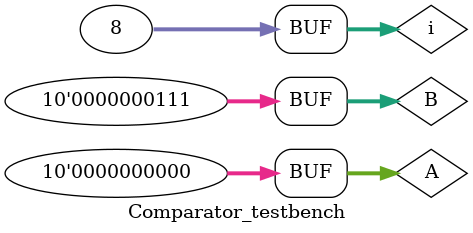
<source format=sv>


module Comparator (A, B, out);

	input logic [9:0] A, B;			// given input: 10-bit input A and B which are used to compare
	output logic out;					// output: 1-bit output (1 for A > B, 0 for else)
	
	always_comb begin
		
		if (A > B)						// A: SW, B: LFSR
			out <= 1'b1;
		else
			out <= 1'b0;
		
	end

endmodule


module Comparator_testbench ();

	logic [9:0] A, B;				// given input: 10-bit input A and B which are used to compare
	logic out;						// output: 1-bit output (1 for A > B, 0 for else)
	
	Comparator dut (.A(A), .B(B), .out(out));
	
	integer i;
	initial begin
	
		for(i=0; i<2**3; i++) begin  // create all the posiible cases (2^3) of combination of A, B
			{A, B} = i; #10;
		end
	
	end
	
endmodule	
</source>
